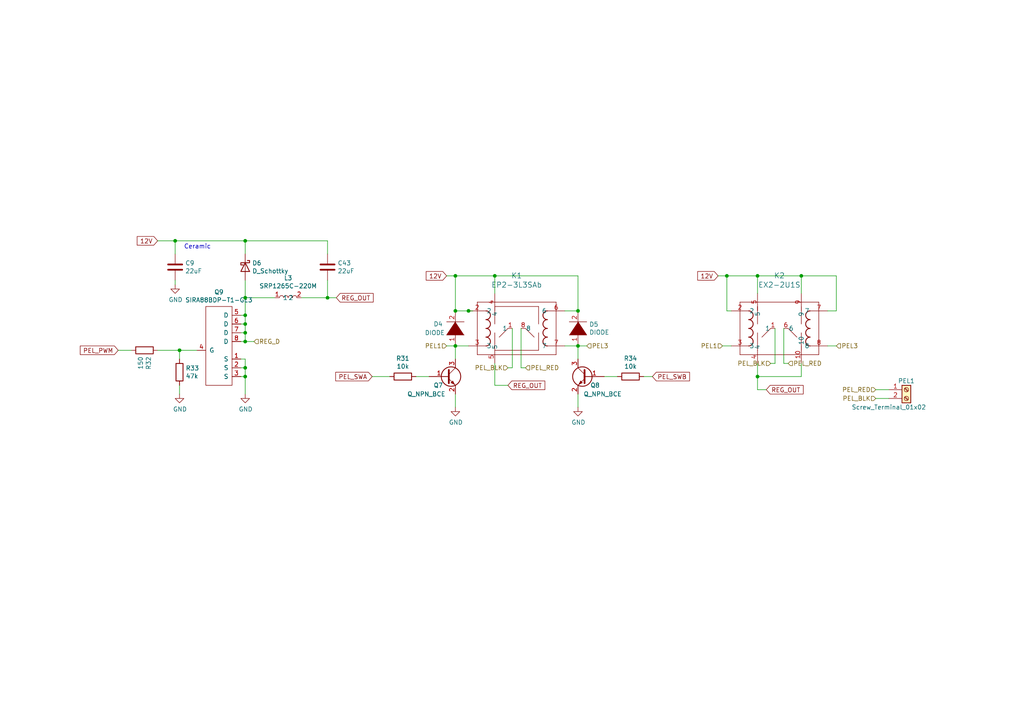
<source format=kicad_sch>
(kicad_sch (version 20211123) (generator eeschema)
  (paper "A4")
  (lib_symbols
    (symbol "Connector:Screw_Terminal_01x02" (pin_names (offset 1.016) hide)
      (property "Reference" "J" (at 0 2.54 0))
      (property "Value" "Screw_Terminal_01x02" (at 0 -5.08 0))
      (symbol "Screw_Terminal_01x02_1_1"
        (rectangle (start -1.27 1.27) (end 1.27 -3.81) (stroke (width 0.254)) (fill (type background)))
        (circle (center 0 -2.54) (radius 0.635) (stroke (width 0.1524)))
        (polyline (pts (xy -0.5334 -2.2098) (xy 0.3302 -3.048)) (stroke (width 0.1524)))
        (polyline (pts (xy -0.5334 0.3302) (xy 0.3302 -0.508)) (stroke (width 0.1524)))
        (polyline (pts (xy -0.3556 -2.032) (xy 0.508 -2.8702)) (stroke (width 0.1524)))
        (polyline (pts (xy -0.3556 0.508) (xy 0.508 -0.3302)) (stroke (width 0.1524)))
        (circle (center 0 0) (radius 0.635) (stroke (width 0.1524)))
        (pin passive line (at -5.08 0 0) (length 3.81) (name "Pin_1") (number "1"))
        (pin passive line (at -5.08 -2.54 0) (length 3.81) (name "Pin_2") (number "2"))
      )
    )
    (symbol "Device:C" (pin_numbers hide) (pin_names (offset 0.254))
      (property "Reference" "C" (at 0.635 2.54 0))
      (property "Value" "C" (at 0.635 -2.54 0))
      (symbol "C_0_1"
        (polyline (pts (xy -2.032 -0.762) (xy 2.032 -0.762)) (stroke (width 0.508)))
        (polyline (pts (xy -2.032 0.762) (xy 2.032 0.762)) (stroke (width 0.508)))
      )
      (symbol "C_1_1"
        (pin passive line (at 0 3.81 270) (length 2.794) (name "~") (number "1"))
        (pin passive line (at 0 -3.81 90) (length 2.794) (name "~") (number "2"))
      )
    )
    (symbol "Device:D_Schottky" (pin_numbers hide) (pin_names (offset 1.016) hide)
      (property "Reference" "D" (at 0 2.54 0))
      (property "Value" "D_Schottky" (at 0 -2.54 0))
      (symbol "D_Schottky_0_1"
        (polyline (pts (xy 1.27 0) (xy -1.27 0)))
        (polyline (pts (xy 1.27 1.27) (xy 1.27 -1.27) (xy -1.27 0) (xy 1.27 1.27)) (stroke (width 0.254)))
        (polyline (pts (xy -1.905 0.635) (xy -1.905 1.27) (xy -1.27 1.27) (xy -1.27 -1.27) (xy -0.635 -1.27) (xy -0.635 -0.635)) (stroke (width 0.254)))
      )
      (symbol "D_Schottky_1_1"
        (pin passive line (at -3.81 0 0) (length 2.54) (name "K") (number "1"))
        (pin passive line (at 3.81 0 180) (length 2.54) (name "A") (number "2"))
      )
    )
    (symbol "Device:Q_NPN_BEC" (pin_names (offset 0) hide)
      (property "Reference" "Q" (at 5.08 1.27 0))
      (property "Value" "Q_NPN_BEC" (at 5.08 -1.27 0))
      (symbol "Q_NPN_BEC_0_1"
        (polyline (pts (xy 0.635 0.635) (xy 2.54 2.54)))
        (polyline (pts (xy 0.635 -0.635) (xy 2.54 -2.54) (xy 2.54 -2.54)))
        (polyline (pts (xy 0.635 1.905) (xy 0.635 -1.905) (xy 0.635 -1.905)) (stroke (width 0.508)))
        (polyline (pts (xy 1.27 -1.778) (xy 1.778 -1.27) (xy 2.286 -2.286) (xy 1.27 -1.778) (xy 1.27 -1.778)) (fill (type outline)))
        (circle (center 1.27 0) (radius 2.8194) (stroke (width 0.254)))
      )
      (symbol "Q_NPN_BEC_1_1"
        (pin input line (at -5.08 0 0) (length 5.715) (name "B") (number "1"))
        (pin passive line (at 2.54 -5.08 90) (length 2.54) (name "E") (number "2"))
        (pin passive line (at 2.54 5.08 270) (length 2.54) (name "C") (number "3"))
      )
    )
    (symbol "Device:R" (pin_numbers hide) (pin_names (offset 0))
      (property "Reference" "R" (at 2.032 0 90))
      (property "Value" "R" (at 0 0 90))
      (symbol "R_0_1"
        (rectangle (start -1.016 -2.54) (end 1.016 2.54) (stroke (width 0.254)))
      )
      (symbol "R_1_1"
        (pin passive line (at 0 3.81 270) (length 1.27) (name "~") (number "1"))
        (pin passive line (at 0 -3.81 90) (length 1.27) (name "~") (number "2"))
      )
    )
    (symbol "Ninja-qPCR:EP2-3L3SAb" (pin_names (offset 0.254))
      (property "Reference" "K" (at 12.7 21.59 0))
      (property "Value" "Ninja-qPCR_EP2-3L3SAb" (at 12.7 19.05 0))
      (symbol "EP2-3L3SAb_1_1"
        (polyline (pts (xy 2.54 -12.7) (xy 2.54 2.54)))
        (polyline (pts (xy 2.54 2.54) (xy 25.4 2.54)))
        (polyline (pts (xy 7.62 -6.35) (xy 7.62 -11.43)))
        (polyline (pts (xy 7.62 -3.81) (xy 7.62 1.27)))
        (polyline (pts (xy 8.89 -7.62) (xy 11.43 -5.08)))
        (polyline (pts (xy 19.05 -7.62) (xy 16.51 -5.08)))
        (polyline (pts (xy 20.32 -6.35) (xy 20.32 -11.43)))
        (polyline (pts (xy 20.32 -3.81) (xy 20.32 1.27)))
        (polyline (pts (xy 25.4 -12.7) (xy 2.54 -12.7)))
        (polyline (pts (xy 25.4 2.54) (xy 25.4 -12.7)))
        (arc (start 5.08 -10.16) (mid 6.35 -8.89) (end 5.08 -7.62) (stroke (width 0.254)))
        (arc (start 5.08 -7.62) (mid 6.35 -6.35) (end 5.08 -5.08) (stroke (width 0.254)))
        (arc (start 5.08 -5.08) (mid 6.35 -3.81) (end 5.08 -2.54) (stroke (width 0.254)))
        (arc (start 5.08 -2.54) (mid 6.35 -1.27) (end 5.08 0) (stroke (width 0.254)))
        (rectangle (start 20.32 -11.43) (end 7.62 -11.43))
        (rectangle (start 20.32 1.27) (end 7.62 1.27))
        (arc (start 22.86 -7.62) (mid 21.59 -8.89) (end 22.86 -10.16) (stroke (width 0.254)))
        (arc (start 22.86 -5.08) (mid 21.59 -6.35) (end 22.86 -7.62) (stroke (width 0.254)))
        (arc (start 22.86 -2.54) (mid 21.59 -3.81) (end 22.86 -5.08) (stroke (width 0.254)))
        (arc (start 22.86 0) (mid 21.59 -1.27) (end 22.86 -2.54) (stroke (width 0.254)))
        (pin bidirectional line (at 12.7 -5.08 180) (length 1.1938) (name "1") (number "1"))
        (pin bidirectional line (at 0 0 0) (length 5.0038) (name "2") (number "2"))
        (pin bidirectional line (at 0 -10.16 0) (length 5.0038) (name "3") (number "3"))
        (pin bidirectional line (at 7.62 5.08 270) (length 5.0038) (name "4") (number "4"))
        (pin bidirectional line (at 7.62 -15.24 90) (length 3.81) (name "5") (number "5"))
        (pin bidirectional line (at 27.94 0 180) (length 5.0038) (name "6") (number "6"))
        (pin bidirectional line (at 27.94 -10.16 180) (length 5.0038) (name "7") (number "7"))
        (pin bidirectional line (at 15.24 -5.08 0) (length 1.1938) (name "8") (number "8"))
      )
    )
    (symbol "Ninja-qPCR:EX2-2U1S" (pin_names (offset 0.254))
      (property "Reference" "K" (at 12.7 21.59 0))
      (property "Value" "Ninja-qPCR_EX2-2U1S" (at 12.7 19.05 0))
      (symbol "EX2-2U1S_1_1"
        (polyline (pts (xy 2.54 -12.7) (xy 2.54 2.54)))
        (polyline (pts (xy 2.54 2.54) (xy 25.4 2.54)))
        (polyline (pts (xy 7.62 -6.35) (xy 7.62 -11.43)))
        (polyline (pts (xy 7.62 -3.81) (xy 7.62 1.27)))
        (polyline (pts (xy 8.89 -7.62) (xy 11.43 -5.08)))
        (polyline (pts (xy 19.05 -7.62) (xy 16.51 -5.08)))
        (polyline (pts (xy 20.32 -6.35) (xy 20.32 -11.43)))
        (polyline (pts (xy 20.32 -3.81) (xy 20.32 1.27)))
        (polyline (pts (xy 25.4 -12.7) (xy 2.54 -12.7)))
        (polyline (pts (xy 25.4 2.54) (xy 25.4 -12.7)))
        (arc (start 5.08 -10.16) (mid 6.35 -8.89) (end 5.08 -7.62) (stroke (width 0.254)))
        (arc (start 5.08 -7.62) (mid 6.35 -6.35) (end 5.08 -5.08) (stroke (width 0.254)))
        (arc (start 5.08 -5.08) (mid 6.35 -3.81) (end 5.08 -2.54) (stroke (width 0.254)))
        (arc (start 5.08 -2.54) (mid 6.35 -1.27) (end 5.08 0) (stroke (width 0.254)))
        (arc (start 22.86 -7.62) (mid 21.59 -8.89) (end 22.86 -10.16) (stroke (width 0.254)))
        (arc (start 22.86 -5.08) (mid 21.59 -6.35) (end 22.86 -7.62) (stroke (width 0.254)))
        (arc (start 22.86 -2.54) (mid 21.59 -3.81) (end 22.86 -5.08) (stroke (width 0.254)))
        (arc (start 22.86 0) (mid 21.59 -1.27) (end 22.86 -2.54) (stroke (width 0.254)))
        (pin bidirectional line (at 12.7 -5.08 180) (length 1.1938) (name "1") (number "1"))
        (pin bidirectional line (at 20.32 -15.24 90) (length 5.08) (name "10") (number "10"))
        (pin bidirectional line (at 0 0 0) (length 5.0038) (name "2") (number "2"))
        (pin bidirectional line (at 0 -10.16 0) (length 5.0038) (name "3") (number "3"))
        (pin bidirectional line (at 7.62 -15.24 90) (length 3.81) (name "4") (number "4"))
        (pin bidirectional line (at 7.62 5.08 270) (length 5.0038) (name "5") (number "5"))
        (pin bidirectional line (at 15.24 -5.08 0) (length 1.1938) (name "6") (number "6"))
        (pin bidirectional line (at 27.94 0 180) (length 5.0038) (name "7") (number "7"))
        (pin bidirectional line (at 27.94 -10.16 180) (length 5.0038) (name "8") (number "8"))
        (pin bidirectional line (at 20.32 5.08 270) (length 5.08) (name "9") (number "9"))
      )
    )
    (symbol "Ninja-qPCR:SIRA88BDP-T1-GE3" (pin_names (offset 1.016))
      (property "Reference" "Q" (at 0 13.97 0))
      (property "Value" "Ninja-qPCR_SIRA88BDP-T1-GE3" (at 0 11.43 0))
      (symbol "SIRA88BDP-T1-GE3_0_1"
        (rectangle (start 3.81 10.16) (end -3.81 -12.7))
      )
      (symbol "SIRA88BDP-T1-GE3_1_1"
        (pin passive line (at 6.35 -5.08 180) (length 2.54) (name "S") (number "1"))
        (pin passive line (at 6.35 -7.62 180) (length 2.54) (name "S") (number "2"))
        (pin passive line (at 6.35 -10.16 180) (length 2.54) (name "S") (number "3"))
        (pin input line (at -6.35 -2.54 0) (length 2.54) (name "G") (number "4"))
        (pin passive line (at 6.35 7.62 180) (length 2.54) (name "D") (number "5"))
        (pin passive line (at 6.35 5.08 180) (length 2.54) (name "D") (number "6"))
        (pin passive line (at 6.35 2.54 180) (length 2.54) (name "D") (number "7"))
        (pin passive line (at 6.35 0 180) (length 2.54) (name "D") (number "8"))
      )
    )
    (symbol "Ninja-qPCR:SRP1265C-220M" (pin_names (offset 1.016))
      (property "Reference" "L" (at 0 5.08 0))
      (property "Value" "Ninja-qPCR_SRP1265C-220M" (at 0 2.54 0))
      (symbol "SRP1265C-220M_1_1"
        (arc (start -1.27 0) (mid -1.905 0.635) (end -2.54 0))
        (arc (start 0 0) (mid -0.635 0.635) (end -1.27 0))
        (arc (start 1.27 0) (mid 0.635 0.635) (end 0 0))
        (arc (start 2.54 0) (mid 1.905 0.635) (end 1.27 0))
        (pin passive line (at -3.81 0 0) (length 1.27) (name "1") (number "1"))
        (pin passive line (at 3.81 0 180) (length 1.27) (name "2") (number "2"))
      )
    )
    (symbol "power:GND" (power) (pin_names (offset 0))
      (property "Value" "GND" (at 0 -3.81 0))
      (symbol "GND_0_1"
        (polyline (pts (xy 0 0) (xy 0 -1.27) (xy 1.27 -1.27) (xy 0 -2.54) (xy -1.27 -1.27) (xy 0 -1.27)))
      )
      (symbol "GND_1_1"
        (pin power_in line (at 0 0 270) (length 0) hide (name "GND") (number "1"))
      )
    )
    (symbol "pspice:DIODE" (pin_names (offset 1.016) hide)
      (property "Reference" "D" (at 0 3.81 0))
      (property "Value" "DIODE" (at 0 -4.445 0))
      (symbol "DIODE_0_1"
        (polyline (pts (xy 1.905 2.54) (xy 1.905 -2.54)))
        (polyline (pts (xy -1.905 2.54) (xy -1.905 -2.54) (xy 1.905 0)) (fill (type outline)))
      )
      (symbol "DIODE_1_1"
        (pin input line (at -5.08 0 0) (length 3.81) (name "K") (number "1"))
        (pin input line (at 5.08 0 180) (length 3.81) (name "A") (number "2"))
      )
    )
  )
  (junction (at 143.51 80.01))
  (junction (at 94.996 86.36))
  (junction (at 219.71 80.01))
  (junction (at 71.12 86.36))
  (junction (at 71.12 93.98))
  (junction (at 219.71 109.22))
  (junction (at 135.89 90.17))
  (junction (at 52.07 101.6))
  (junction (at 232.41 80.01))
  (junction (at 132.08 100.33))
  (junction (at 71.12 99.06))
  (junction (at 167.64 100.33))
  (junction (at 50.8 69.85))
  (junction (at 132.08 90.17))
  (junction (at 71.12 91.44))
  (junction (at 71.12 109.22))
  (junction (at 210.82 80.01))
  (junction (at 71.12 106.68))
  (junction (at 71.12 96.52))
  (junction (at 167.64 90.17))
  (junction (at 71.12 69.85))
  (junction (at 132.08 80.01))
  (wire (pts (xy 71.12 86.36) (xy 79.756 86.36)))
  (wire (pts (xy 69.85 109.22) (xy 71.12 109.22)))
  (wire (pts (xy 242.57 80.01) (xy 242.57 90.17)))
  (wire (pts (xy 232.41 80.01) (xy 242.57 80.01)))
  (wire (pts (xy 71.12 69.85) (xy 71.12 73.66)))
  (wire (pts (xy 113.03 109.22) (xy 107.95 109.22)))
  (wire (pts (xy 50.8 69.85) (xy 50.8 73.66)))
  (wire (pts (xy 232.41 109.22) (xy 219.71 109.22)))
  (wire (pts (xy 87.376 86.36) (xy 94.996 86.36)))
  (wire (pts (xy 219.71 113.03) (xy 222.25 113.03)))
  (wire (pts (xy 69.85 106.68) (xy 71.12 106.68)))
  (wire (pts (xy 69.85 104.14) (xy 71.12 104.14)))
  (wire (pts (xy 71.12 91.44) (xy 71.12 93.98)))
  (wire (pts (xy 219.71 105.41) (xy 219.71 109.22)))
  (wire (pts (xy 50.8 69.85) (xy 71.12 69.85)))
  (wire (pts (xy 143.51 80.01) (xy 132.08 80.01)))
  (wire (pts (xy 179.07 109.22) (xy 175.26 109.22)))
  (wire (pts (xy 45.72 69.85) (xy 50.8 69.85)))
  (wire (pts (xy 132.08 114.3) (xy 132.08 118.11)))
  (wire (pts (xy 52.07 114.3) (xy 52.07 111.76)))
  (wire (pts (xy 143.51 80.01) (xy 143.51 85.09)))
  (wire (pts (xy 208.28 80.01) (xy 210.82 80.01)))
  (wire (pts (xy 71.12 99.06) (xy 73.66 99.06)))
  (wire (pts (xy 167.64 80.01) (xy 143.51 80.01)))
  (wire (pts (xy 148.59 95.25) (xy 148.59 106.68)))
  (wire (pts (xy 209.55 100.33) (xy 212.09 100.33)))
  (wire (pts (xy 143.51 105.41) (xy 143.51 111.76)))
  (wire (pts (xy 69.85 96.52) (xy 71.12 96.52)))
  (wire (pts (xy 45.72 101.6) (xy 52.07 101.6)))
  (wire (pts (xy 240.03 90.17) (xy 242.57 90.17)))
  (wire (pts (xy 129.54 100.33) (xy 132.08 100.33)))
  (wire (pts (xy 224.79 105.41) (xy 223.52 105.41)))
  (wire (pts (xy 167.64 80.01) (xy 167.64 90.17)))
  (wire (pts (xy 71.12 93.98) (xy 71.12 96.52)))
  (wire (pts (xy 147.32 106.68) (xy 148.59 106.68)))
  (wire (pts (xy 97.536 86.36) (xy 94.996 86.36)))
  (wire (pts (xy 227.33 105.41) (xy 228.6 105.41)))
  (wire (pts (xy 219.71 109.22) (xy 219.71 113.03)))
  (wire (pts (xy 227.33 95.25) (xy 227.33 105.41)))
  (wire (pts (xy 71.12 106.68) (xy 71.12 109.22)))
  (wire (pts (xy 135.89 90.17) (xy 132.08 90.17)))
  (wire (pts (xy 151.13 95.25) (xy 151.13 106.68)))
  (wire (pts (xy 167.64 100.33) (xy 170.18 100.33)))
  (wire (pts (xy 152.4 106.68) (xy 151.13 106.68)))
  (wire (pts (xy 34.29 101.6) (xy 38.1 101.6)))
  (wire (pts (xy 219.71 80.01) (xy 232.41 80.01)))
  (wire (pts (xy 69.85 91.44) (xy 71.12 91.44)))
  (wire (pts (xy 210.82 90.17) (xy 212.09 90.17)))
  (wire (pts (xy 71.12 69.85) (xy 94.996 69.85)))
  (wire (pts (xy 167.64 100.33) (xy 167.64 104.14)))
  (wire (pts (xy 137.16 90.17) (xy 135.89 90.17)))
  (wire (pts (xy 71.12 99.06) (xy 69.85 99.06)))
  (wire (pts (xy 186.69 109.22) (xy 189.23 109.22)))
  (wire (pts (xy 132.08 80.01) (xy 132.08 90.17)))
  (wire (pts (xy 210.82 80.01) (xy 210.82 90.17)))
  (wire (pts (xy 232.41 80.01) (xy 232.41 85.09)))
  (wire (pts (xy 50.8 82.55) (xy 50.8 81.28)))
  (wire (pts (xy 232.41 105.41) (xy 232.41 109.22)))
  (wire (pts (xy 224.79 95.25) (xy 224.79 105.41)))
  (wire (pts (xy 124.46 109.22) (xy 120.65 109.22)))
  (wire (pts (xy 219.71 80.01) (xy 219.71 85.09)))
  (wire (pts (xy 257.81 113.03) (xy 254 113.03)))
  (wire (pts (xy 71.12 86.36) (xy 71.12 91.44)))
  (wire (pts (xy 132.08 80.01) (xy 129.54 80.01)))
  (wire (pts (xy 94.996 81.28) (xy 94.996 86.36)))
  (wire (pts (xy 163.83 90.17) (xy 167.64 90.17)))
  (wire (pts (xy 167.64 100.33) (xy 163.83 100.33)))
  (wire (pts (xy 69.85 93.98) (xy 71.12 93.98)))
  (wire (pts (xy 71.12 109.22) (xy 71.12 114.3)))
  (wire (pts (xy 135.89 100.33) (xy 132.08 100.33)))
  (wire (pts (xy 94.996 73.66) (xy 94.996 69.85)))
  (wire (pts (xy 143.51 111.76) (xy 147.32 111.76)))
  (wire (pts (xy 132.08 100.33) (xy 132.08 104.14)))
  (wire (pts (xy 71.12 81.28) (xy 71.12 86.36)))
  (wire (pts (xy 71.12 104.14) (xy 71.12 106.68)))
  (wire (pts (xy 167.64 114.3) (xy 167.64 118.11)))
  (wire (pts (xy 71.12 96.52) (xy 71.12 99.06)))
  (wire (pts (xy 240.03 100.33) (xy 242.57 100.33)))
  (wire (pts (xy 52.07 104.14) (xy 52.07 101.6)))
  (wire (pts (xy 257.81 115.57) (xy 254 115.57)))
  (wire (pts (xy 210.82 80.01) (xy 219.71 80.01)))
  (wire (pts (xy 52.07 101.6) (xy 57.15 101.6)))
  (text "Ceramic" (at 53.34 72.39 0) (effects (font (size 1.27 1.27)) (justify left bottom)))
  (global_label "PEL_SWB" (shape input) (at 189.23 109.22 0) (property "Intersheet References" "${INTERSHEET_REFS}" (effects hide)))
  (global_label "12V" (shape input) (at 45.72 69.85 180) (property "Intersheet References" "${INTERSHEET_REFS}" (effects hide)))
  (global_label "REG_OUT" (shape input) (at 97.536 86.36 0) (property "Intersheet References" "${INTERSHEET_REFS}" (effects hide)))
  (global_label "REG_OUT" (shape input) (at 222.25 113.03 0) (property "Intersheet References" "${INTERSHEET_REFS}" (effects hide)))
  (global_label "12V" (shape input) (at 208.28 80.01 180) (property "Intersheet References" "${INTERSHEET_REFS}" (effects hide)))
  (global_label "REG_OUT" (shape input) (at 147.32 111.76 0) (property "Intersheet References" "${INTERSHEET_REFS}" (effects hide)))
  (global_label "PEL_PWM" (shape input) (at 34.29 101.6 180) (property "Intersheet References" "${INTERSHEET_REFS}" (effects hide)))
  (global_label "12V" (shape input) (at 129.54 80.01 180) (property "Intersheet References" "${INTERSHEET_REFS}" (effects hide)))
  (global_label "PEL_SWA" (shape input) (at 107.95 109.22 180) (property "Intersheet References" "${INTERSHEET_REFS}" (effects hide)))
  (hierarchical_label "PEL3" (shape input) (at 242.57 100.33 0))
  (hierarchical_label "PEL_BLK" (shape input) (at 254 115.57 180))
  (hierarchical_label "PEL1" (shape input) (at 129.54 100.33 180))
  (hierarchical_label "PEL1" (shape input) (at 209.55 100.33 180))
  (hierarchical_label "REG_D" (shape input) (at 73.66 99.06 0))
  (hierarchical_label "PEL_BLK" (shape input) (at 147.32 106.68 180))
  (hierarchical_label "PEL3" (shape input) (at 170.18 100.33 0))
  (hierarchical_label "PEL_RED" (shape input) (at 152.4 106.68 0))
  (hierarchical_label "PEL_RED" (shape input) (at 228.6 105.41 0))
  (hierarchical_label "PEL_BLK" (shape input) (at 223.52 105.41 180))
  (hierarchical_label "PEL_RED" (shape input) (at 254 113.03 180))
  (symbol (lib_id "pspice:DIODE") (at 167.64 95.25 90) (unit 1)
    (property "Reference" "D5" (at 170.8912 94.0816 90) (effects (justify right)))
    (property "Value" "DIODE" (at 170.8912 96.393 90) (effects (justify right)))
    (property "Footprint" "Diodes_SMD:D_SMA" (effects hide))
  )
  (symbol (lib_id "pspice:DIODE") (at 132.08 95.25 270) (mirror x) (unit 1)
    (property "Reference" "D4" (at 125.73 93.98 90) (effects (justify left)))
    (property "Value" "DIODE" (at 123.19 96.52 90) (effects (justify left)))
    (property "Footprint" "Diodes_SMD:D_SMA" (effects hide))
  )
  (symbol (lib_id "Connector:Screw_Terminal_01x02") (at 262.89 113.03 0) (unit 1)
    (property "Reference" "PEL1" (at 262.89 110.49 0))
    (property "Value" "Screw_Terminal_01x02" (at 257.81 118.11 0))
    (property "Footprint" "Ninja-qPCR:TB_SeeedOPL_320110028" (effects hide))
  )
  (symbol (lib_id "Device:Q_NPN_BEC") (at 129.54 109.22 0) (unit 1)
    (property "Reference" "Q7" (at 125.73 111.76 0) (effects (justify left)))
    (property "Value" "Q_NPN_BCE" (at 118.11 114.3 0) (effects (justify left)))
    (property "Footprint" "Package_TO_SOT_SMD:SOT-23" (effects hide))
  )
  (symbol (lib_id "Device:R") (at 182.88 109.22 270) (unit 1)
    (property "Reference" "R34" (at 182.88 103.9622 90))
    (property "Value" "10k" (at 182.88 106.2736 90))
    (property "Footprint" "Resistor_SMD:R_0603_1608Metric" (effects hide))
  )
  (symbol (lib_id "Device:Q_NPN_BEC") (at 170.18 109.22 0) (mirror y) (unit 1)
    (property "Reference" "Q8" (at 173.99 111.76 0) (effects (justify left)))
    (property "Value" "Q_NPN_BCE" (at 180.34 114.3 0) (effects (justify left)))
    (property "Footprint" "Package_TO_SOT_SMD:SOT-23" (effects hide))
  )
  (symbol (lib_id "power:GND") (at 132.08 118.11 0) (unit 1)
    (property "Reference" "#PWR0109" (effects hide))
    (property "Value" "GND" (at 132.207 122.5042 0))
  )
  (symbol (lib_id "Device:R") (at 116.84 109.22 270) (unit 1)
    (property "Reference" "R31" (at 116.84 103.9622 90))
    (property "Value" "10k" (at 116.84 106.2736 90))
    (property "Footprint" "Resistor_SMD:R_0603_1608Metric" (effects hide))
  )
  (symbol (lib_id "Ninja-qPCR:EP2-3L3SAb") (at 135.89 90.17 0) (unit 1)
    (property "Reference" "K1" (at 149.86 79.9338 0) (effects (font (size 1.524 1.524))))
    (property "Value" "EP2-3L3SAb" (at 149.86 82.6262 0) (effects (font (size 1.524 1.524))))
    (property "Footprint" "Ninja-qPCR:EP2-3L3SAb" (effects hide))
  )
  (symbol (lib_id "Ninja-qPCR:EX2-2U1S") (at 212.09 90.17 0) (unit 1)
    (property "Reference" "K2" (at 226.06 79.9338 0) (effects (font (size 1.524 1.524))))
    (property "Value" "EX2-2U1S" (at 226.06 82.6262 0) (effects (font (size 1.524 1.524))))
    (property "Footprint" "Ninja-qPCR:EX2-2U1S" (effects hide))
  )
  (symbol (lib_id "power:GND") (at 167.64 118.11 0) (unit 1)
    (property "Reference" "#PWR0112" (effects hide))
    (property "Value" "GND" (at 167.767 122.5042 0))
  )
  (symbol (lib_id "Ninja-qPCR:SRP1265C-220M") (at 83.566 86.36 0) (unit 1)
    (property "Reference" "L3" (at 83.566 80.645 0))
    (property "Value" "SRP1265C-220M" (at 83.566 82.9564 0))
    (property "Footprint" "Ninja-qPCR:SRP1265C" (effects hide))
    (property "Datasheet" "https://www.digikey.com/en/products/detail/bourns-inc/srp1265c-220m/11633469" (effects hide))
  )
  (symbol (lib_id "power:GND") (at 52.07 114.3 0) (unit 1)
    (property "Reference" "#PWR0101" (effects hide))
    (property "Value" "GND" (at 52.197 118.6942 0))
  )
  (symbol (lib_id "Device:R") (at 52.07 107.95 0) (unit 1)
    (property "Reference" "R33" (at 53.848 106.7816 0) (effects (justify left)))
    (property "Value" "47k" (at 53.848 109.093 0) (effects (justify left)))
    (property "Footprint" "Resistor_SMD:R_0603_1608Metric" (effects hide))
  )
  (symbol (lib_id "Ninja-qPCR:SIRA88BDP-T1-GE3") (at 63.5 99.06 0) (unit 1)
    (property "Reference" "Q9" (at 63.5 84.709 0))
    (property "Value" "SIRA88BDP-T1-GE3" (at 63.5 87.0204 0))
    (property "Footprint" "Ninja-qPCR:PowerPAK_SO-8_Long" (effects hide))
    (property "Datasheet" "https://www.digikey.com/en/products/detail/vishay-siliconix/SIRA88BDP-T1-GE3/10321634?s=N4IgTCBcDaIMoEkBKBBAHGgQgEQAogF0BfIA" (effects hide))
  )
  (symbol (lib_id "power:GND") (at 50.8 82.55 0) (unit 1)
    (property "Reference" "#PWR0102" (effects hide))
    (property "Value" "GND" (at 50.927 86.9442 0))
  )
  (symbol (lib_id "Device:C") (at 50.8 77.47 0) (unit 1)
    (property "Reference" "C9" (at 53.721 76.3016 0) (effects (justify left)))
    (property "Value" "22uF" (at 53.721 78.613 0) (effects (justify left)))
    (property "Footprint" "Capacitor_SMD:C_1210_3225Metric" (effects hide))
  )
  (symbol (lib_id "Device:C") (at 94.996 77.47 0) (unit 1)
    (property "Reference" "C43" (at 97.917 76.3016 0) (effects (justify left)))
    (property "Value" "22uF" (at 97.917 78.613 0) (effects (justify left)))
    (property "Footprint" "Capacitor_SMD:C_1210_3225Metric" (effects hide))
  )
  (symbol (lib_id "Device:D_Schottky") (at 71.12 77.47 270) (unit 1)
    (property "Reference" "D6" (at 73.152 76.3016 90) (effects (justify left)))
    (property "Value" "D_Schottky" (at 73.152 78.613 90) (effects (justify left)))
    (property "Footprint" "Ninja-qPCR:MSS1P3L-M3&slash_89A" (effects hide))
  )
  (symbol (lib_id "power:GND") (at 71.12 114.3 0) (unit 1)
    (property "Reference" "#PWR0103" (effects hide))
    (property "Value" "GND" (at 71.247 118.6942 0))
  )
  (symbol (lib_id "Device:R") (at 41.91 101.6 270) (unit 1)
    (property "Reference" "R32" (at 43.0784 103.378 0) (effects (justify left)))
    (property "Value" "150" (at 40.767 103.378 0) (effects (justify left)))
    (property "Footprint" "Resistor_SMD:R_0603_1608Metric" (effects hide))
  )
)
</source>
